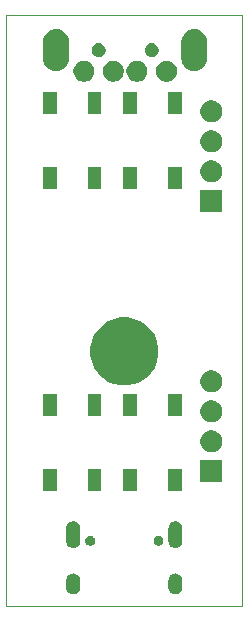
<source format=gbr>
G04 #@! TF.GenerationSoftware,KiCad,Pcbnew,(5.1.5)-3*
G04 #@! TF.CreationDate,2022-04-18T12:11:36+02:00*
G04 #@! TF.ProjectId,vkm,766b6d2e-6b69-4636-9164-5f7063625858,B*
G04 #@! TF.SameCoordinates,PX420a400PY707b2a8*
G04 #@! TF.FileFunction,Soldermask,Bot*
G04 #@! TF.FilePolarity,Negative*
%FSLAX46Y46*%
G04 Gerber Fmt 4.6, Leading zero omitted, Abs format (unit mm)*
G04 Created by KiCad (PCBNEW (5.1.5)-3) date 2022-04-18 12:11:36*
%MOMM*%
%LPD*%
G04 APERTURE LIST*
%ADD10C,0.050000*%
%ADD11C,0.020000*%
G04 APERTURE END LIST*
D10*
X0Y0D02*
X20000000Y0D01*
X0Y50000000D02*
X0Y0D01*
X20000000Y50000000D02*
X0Y50000000D01*
X20000000Y0D02*
X20000000Y50000000D01*
D11*
G36*
X5795444Y2743879D02*
G01*
X5906452Y2710205D01*
X5906454Y2710204D01*
X6008754Y2655523D01*
X6008755Y2655522D01*
X6008757Y2655521D01*
X6098430Y2581930D01*
X6172021Y2492258D01*
X6172022Y2492256D01*
X6172023Y2492255D01*
X6226704Y2389955D01*
X6226705Y2389953D01*
X6260379Y2278945D01*
X6268900Y2192427D01*
X6268900Y1534573D01*
X6260379Y1448055D01*
X6226705Y1337047D01*
X6172021Y1234742D01*
X6098430Y1145070D01*
X6008758Y1071479D01*
X6008756Y1071478D01*
X6008755Y1071477D01*
X5906455Y1016796D01*
X5906453Y1016795D01*
X5795445Y983121D01*
X5680000Y971751D01*
X5564556Y983121D01*
X5453548Y1016795D01*
X5453546Y1016796D01*
X5351246Y1071477D01*
X5351245Y1071478D01*
X5351243Y1071479D01*
X5261571Y1145070D01*
X5187977Y1234745D01*
X5133296Y1337045D01*
X5099621Y1448055D01*
X5091100Y1534573D01*
X5091100Y2192426D01*
X5099621Y2278944D01*
X5133296Y2389954D01*
X5187977Y2492254D01*
X5187980Y2492258D01*
X5261570Y2581930D01*
X5351242Y2655521D01*
X5351244Y2655522D01*
X5351245Y2655523D01*
X5453545Y2710204D01*
X5453547Y2710205D01*
X5564555Y2743879D01*
X5680000Y2755249D01*
X5795444Y2743879D01*
G37*
G36*
X14435444Y2743879D02*
G01*
X14546452Y2710205D01*
X14546454Y2710204D01*
X14648754Y2655523D01*
X14648755Y2655522D01*
X14648757Y2655521D01*
X14738430Y2581930D01*
X14812021Y2492258D01*
X14812022Y2492256D01*
X14812023Y2492255D01*
X14866704Y2389955D01*
X14866705Y2389953D01*
X14900379Y2278945D01*
X14908900Y2192427D01*
X14908900Y1534573D01*
X14900379Y1448055D01*
X14866705Y1337047D01*
X14812021Y1234742D01*
X14738430Y1145070D01*
X14648758Y1071479D01*
X14648756Y1071478D01*
X14648755Y1071477D01*
X14546455Y1016796D01*
X14546453Y1016795D01*
X14435445Y983121D01*
X14320000Y971751D01*
X14204556Y983121D01*
X14093548Y1016795D01*
X14093546Y1016796D01*
X13991246Y1071477D01*
X13991245Y1071478D01*
X13991243Y1071479D01*
X13901571Y1145070D01*
X13827977Y1234745D01*
X13773296Y1337045D01*
X13739621Y1448055D01*
X13731100Y1534573D01*
X13731100Y2192426D01*
X13739621Y2278944D01*
X13773296Y2389954D01*
X13827977Y2492254D01*
X13827980Y2492258D01*
X13901570Y2581930D01*
X13991242Y2655521D01*
X13991244Y2655522D01*
X13991245Y2655523D01*
X14093545Y2710204D01*
X14093547Y2710205D01*
X14204555Y2743879D01*
X14320000Y2755249D01*
X14435444Y2743879D01*
G37*
G36*
X14435444Y7173879D02*
G01*
X14546452Y7140205D01*
X14546454Y7140204D01*
X14648754Y7085523D01*
X14648755Y7085522D01*
X14648757Y7085521D01*
X14738430Y7011930D01*
X14812021Y6922258D01*
X14812022Y6922256D01*
X14812023Y6922255D01*
X14866704Y6819955D01*
X14866705Y6819953D01*
X14900379Y6708945D01*
X14908900Y6622427D01*
X14908900Y5464573D01*
X14900379Y5378055D01*
X14866705Y5267047D01*
X14812021Y5164742D01*
X14738430Y5075070D01*
X14648758Y5001479D01*
X14648756Y5001478D01*
X14648755Y5001477D01*
X14546455Y4946796D01*
X14546453Y4946795D01*
X14435445Y4913121D01*
X14320000Y4901751D01*
X14204556Y4913121D01*
X14093548Y4946795D01*
X14093546Y4946796D01*
X13991246Y5001477D01*
X13991245Y5001478D01*
X13991243Y5001479D01*
X13901571Y5075070D01*
X13827980Y5164742D01*
X13773296Y5267047D01*
X13739622Y5378055D01*
X13731101Y5464573D01*
X13731100Y6622426D01*
X13739621Y6708944D01*
X13773295Y6819952D01*
X13827979Y6922257D01*
X13901570Y7011930D01*
X13991242Y7085521D01*
X13991244Y7085522D01*
X13991245Y7085523D01*
X14093545Y7140204D01*
X14093547Y7140205D01*
X14204555Y7173879D01*
X14320000Y7185249D01*
X14435444Y7173879D01*
G37*
G36*
X5795444Y7173879D02*
G01*
X5906452Y7140205D01*
X5906454Y7140204D01*
X6008754Y7085523D01*
X6008755Y7085522D01*
X6008757Y7085521D01*
X6098430Y7011930D01*
X6172021Y6922258D01*
X6172022Y6922256D01*
X6172023Y6922255D01*
X6226704Y6819955D01*
X6226705Y6819953D01*
X6260379Y6708945D01*
X6268900Y6622427D01*
X6268900Y5464573D01*
X6260379Y5378055D01*
X6226705Y5267047D01*
X6172021Y5164742D01*
X6098430Y5075070D01*
X6008758Y5001479D01*
X6008756Y5001478D01*
X6008755Y5001477D01*
X5906455Y4946796D01*
X5906453Y4946795D01*
X5795445Y4913121D01*
X5680000Y4901751D01*
X5564556Y4913121D01*
X5453548Y4946795D01*
X5453546Y4946796D01*
X5351246Y5001477D01*
X5351245Y5001478D01*
X5351243Y5001479D01*
X5261571Y5075070D01*
X5187980Y5164742D01*
X5133296Y5267047D01*
X5099622Y5378055D01*
X5091101Y5464573D01*
X5091100Y6622426D01*
X5099621Y6708944D01*
X5133295Y6819952D01*
X5187979Y6922257D01*
X5261570Y7011930D01*
X5351242Y7085521D01*
X5351244Y7085522D01*
X5351245Y7085523D01*
X5453545Y7140204D01*
X5453547Y7140205D01*
X5564555Y7173879D01*
X5680000Y7185249D01*
X5795444Y7173879D01*
G37*
G36*
X12950620Y5923451D02*
G01*
X13010728Y5911495D01*
X13010731Y5911494D01*
X13010730Y5911494D01*
X13086055Y5880294D01*
X13086056Y5880293D01*
X13153848Y5834996D01*
X13211496Y5777348D01*
X13211497Y5777346D01*
X13256794Y5709555D01*
X13280926Y5651294D01*
X13287995Y5634228D01*
X13303900Y5554265D01*
X13303900Y5472735D01*
X13287995Y5392772D01*
X13287994Y5392770D01*
X13256794Y5317445D01*
X13256793Y5317444D01*
X13211496Y5249652D01*
X13153848Y5192004D01*
X13119721Y5169201D01*
X13086055Y5146706D01*
X13027794Y5122574D01*
X13010728Y5115505D01*
X12950620Y5103549D01*
X12930766Y5099600D01*
X12849234Y5099600D01*
X12829380Y5103549D01*
X12769272Y5115505D01*
X12752206Y5122574D01*
X12693945Y5146706D01*
X12660279Y5169201D01*
X12626152Y5192004D01*
X12568504Y5249652D01*
X12523207Y5317444D01*
X12523206Y5317445D01*
X12492006Y5392770D01*
X12492005Y5392772D01*
X12476100Y5472735D01*
X12476100Y5554265D01*
X12492005Y5634228D01*
X12499074Y5651294D01*
X12523206Y5709555D01*
X12568503Y5777346D01*
X12568504Y5777348D01*
X12626152Y5834996D01*
X12693944Y5880293D01*
X12693945Y5880294D01*
X12769270Y5911494D01*
X12769269Y5911494D01*
X12769272Y5911495D01*
X12829380Y5923451D01*
X12849234Y5927400D01*
X12930766Y5927400D01*
X12950620Y5923451D01*
G37*
G36*
X7170620Y5923451D02*
G01*
X7230728Y5911495D01*
X7230731Y5911494D01*
X7230730Y5911494D01*
X7306055Y5880294D01*
X7306056Y5880293D01*
X7373848Y5834996D01*
X7431496Y5777348D01*
X7431497Y5777346D01*
X7476794Y5709555D01*
X7500926Y5651294D01*
X7507995Y5634228D01*
X7523900Y5554265D01*
X7523900Y5472735D01*
X7507995Y5392772D01*
X7507994Y5392770D01*
X7476794Y5317445D01*
X7476793Y5317444D01*
X7431496Y5249652D01*
X7373848Y5192004D01*
X7339721Y5169201D01*
X7306055Y5146706D01*
X7247794Y5122574D01*
X7230728Y5115505D01*
X7170620Y5103549D01*
X7150766Y5099600D01*
X7069234Y5099600D01*
X7049380Y5103549D01*
X6989272Y5115505D01*
X6972206Y5122574D01*
X6913945Y5146706D01*
X6880279Y5169201D01*
X6846152Y5192004D01*
X6788504Y5249652D01*
X6743207Y5317444D01*
X6743206Y5317445D01*
X6712006Y5392770D01*
X6712005Y5392772D01*
X6696100Y5472735D01*
X6696100Y5554265D01*
X6712005Y5634228D01*
X6719074Y5651294D01*
X6743206Y5709555D01*
X6788503Y5777346D01*
X6788504Y5777348D01*
X6846152Y5834996D01*
X6913944Y5880293D01*
X6913945Y5880294D01*
X6989270Y5911494D01*
X6989269Y5911494D01*
X6989272Y5911495D01*
X7049380Y5923451D01*
X7069234Y5927400D01*
X7150766Y5927400D01*
X7170620Y5923451D01*
G37*
G36*
X8059900Y9753100D02*
G01*
X6882100Y9753100D01*
X6882100Y11630900D01*
X8059900Y11630900D01*
X8059900Y9753100D01*
G37*
G36*
X4259900Y9753100D02*
G01*
X3082100Y9753100D01*
X3082100Y11630900D01*
X4259900Y11630900D01*
X4259900Y9753100D01*
G37*
G36*
X11059900Y9753100D02*
G01*
X9882100Y9753100D01*
X9882100Y11630900D01*
X11059900Y11630900D01*
X11059900Y9753100D01*
G37*
G36*
X14859900Y9753100D02*
G01*
X13682100Y9753100D01*
X13682100Y11630900D01*
X14859900Y11630900D01*
X14859900Y9753100D01*
G37*
G36*
X18304900Y10453100D02*
G01*
X16427100Y10453100D01*
X16427100Y12330900D01*
X18304900Y12330900D01*
X18304900Y10453100D01*
G37*
G36*
X17639867Y14834819D02*
G01*
X17810736Y14764042D01*
X17964514Y14661291D01*
X18095291Y14530514D01*
X18198042Y14376736D01*
X18268819Y14205867D01*
X18304900Y14024474D01*
X18304900Y13839526D01*
X18268819Y13658133D01*
X18198042Y13487264D01*
X18095291Y13333486D01*
X17964514Y13202709D01*
X17810736Y13099958D01*
X17639867Y13029181D01*
X17458474Y12993100D01*
X17273526Y12993100D01*
X17092133Y13029181D01*
X16921264Y13099958D01*
X16767486Y13202709D01*
X16636709Y13333486D01*
X16533958Y13487264D01*
X16463181Y13658133D01*
X16427100Y13839526D01*
X16427100Y14024474D01*
X16463181Y14205867D01*
X16533958Y14376736D01*
X16636709Y14530514D01*
X16767486Y14661291D01*
X16921264Y14764042D01*
X17092133Y14834819D01*
X17273526Y14870900D01*
X17458474Y14870900D01*
X17639867Y14834819D01*
G37*
G36*
X17639867Y17374819D02*
G01*
X17810736Y17304042D01*
X17964514Y17201291D01*
X18095291Y17070514D01*
X18198042Y16916736D01*
X18268819Y16745867D01*
X18304900Y16564474D01*
X18304900Y16379526D01*
X18268819Y16198133D01*
X18198042Y16027264D01*
X18095291Y15873486D01*
X17964514Y15742709D01*
X17810736Y15639958D01*
X17639867Y15569181D01*
X17458474Y15533100D01*
X17273526Y15533100D01*
X17092133Y15569181D01*
X16921264Y15639958D01*
X16767486Y15742709D01*
X16636709Y15873486D01*
X16533958Y16027264D01*
X16463181Y16198133D01*
X16427100Y16379526D01*
X16427100Y16564474D01*
X16463181Y16745867D01*
X16533958Y16916736D01*
X16636709Y17070514D01*
X16767486Y17201291D01*
X16921264Y17304042D01*
X17092133Y17374819D01*
X17273526Y17410900D01*
X17458474Y17410900D01*
X17639867Y17374819D01*
G37*
G36*
X14859900Y16053100D02*
G01*
X13682100Y16053100D01*
X13682100Y17930900D01*
X14859900Y17930900D01*
X14859900Y16053100D01*
G37*
G36*
X4259900Y16053100D02*
G01*
X3082100Y16053100D01*
X3082100Y17930900D01*
X4259900Y17930900D01*
X4259900Y16053100D01*
G37*
G36*
X11059900Y16053100D02*
G01*
X9882100Y16053100D01*
X9882100Y17930900D01*
X11059900Y17930900D01*
X11059900Y16053100D01*
G37*
G36*
X8059900Y16053100D02*
G01*
X6882100Y16053100D01*
X6882100Y17930900D01*
X8059900Y17930900D01*
X8059900Y16053100D01*
G37*
G36*
X17639867Y19914819D02*
G01*
X17810736Y19844042D01*
X17964514Y19741291D01*
X18095291Y19610514D01*
X18198042Y19456736D01*
X18268819Y19285867D01*
X18304900Y19104474D01*
X18304900Y18919526D01*
X18268819Y18738133D01*
X18198042Y18567264D01*
X18095291Y18413486D01*
X17964514Y18282709D01*
X17810736Y18179958D01*
X17639867Y18109181D01*
X17458474Y18073100D01*
X17273526Y18073100D01*
X17092133Y18109181D01*
X16921264Y18179958D01*
X16767486Y18282709D01*
X16636709Y18413486D01*
X16533958Y18567264D01*
X16463181Y18738133D01*
X16427100Y18919526D01*
X16427100Y19104474D01*
X16463181Y19285867D01*
X16533958Y19456736D01*
X16636709Y19610514D01*
X16767486Y19741291D01*
X16921264Y19844042D01*
X17092133Y19914819D01*
X17273526Y19950900D01*
X17458474Y19950900D01*
X17639867Y19914819D01*
G37*
G36*
X10842661Y24329881D02*
G01*
X11368407Y24112110D01*
X11368408Y24112109D01*
X11841569Y23795953D01*
X12243953Y23393569D01*
X12243955Y23393566D01*
X12560110Y22920407D01*
X12777881Y22394661D01*
X12888900Y21836532D01*
X12888900Y21267468D01*
X12777881Y20709339D01*
X12560110Y20183593D01*
X12560109Y20183592D01*
X12243953Y19710431D01*
X11841569Y19308047D01*
X11841566Y19308045D01*
X11368407Y18991890D01*
X10842661Y18774119D01*
X10284532Y18663100D01*
X9715468Y18663100D01*
X9157339Y18774119D01*
X8631593Y18991890D01*
X8158434Y19308045D01*
X8158431Y19308047D01*
X7756047Y19710431D01*
X7439891Y20183592D01*
X7439890Y20183593D01*
X7222119Y20709339D01*
X7111100Y21267468D01*
X7111100Y21836532D01*
X7222119Y22394661D01*
X7439890Y22920407D01*
X7756045Y23393566D01*
X7756047Y23393569D01*
X8158431Y23795953D01*
X8631592Y24112109D01*
X8631593Y24112110D01*
X9157339Y24329881D01*
X9715468Y24440900D01*
X10284532Y24440900D01*
X10842661Y24329881D01*
G37*
G36*
X18304900Y33313100D02*
G01*
X16427100Y33313100D01*
X16427100Y35190900D01*
X18304900Y35190900D01*
X18304900Y33313100D01*
G37*
G36*
X11059900Y35313100D02*
G01*
X9882100Y35313100D01*
X9882100Y37190900D01*
X11059900Y37190900D01*
X11059900Y35313100D01*
G37*
G36*
X8059900Y35313100D02*
G01*
X6882100Y35313100D01*
X6882100Y37190900D01*
X8059900Y37190900D01*
X8059900Y35313100D01*
G37*
G36*
X4259900Y35313100D02*
G01*
X3082100Y35313100D01*
X3082100Y37190900D01*
X4259900Y37190900D01*
X4259900Y35313100D01*
G37*
G36*
X14859900Y35313100D02*
G01*
X13682100Y35313100D01*
X13682100Y37190900D01*
X14859900Y37190900D01*
X14859900Y35313100D01*
G37*
G36*
X17639867Y37694819D02*
G01*
X17810736Y37624042D01*
X17964514Y37521291D01*
X18095291Y37390514D01*
X18198042Y37236736D01*
X18268819Y37065867D01*
X18304900Y36884474D01*
X18304900Y36699526D01*
X18268819Y36518133D01*
X18198042Y36347264D01*
X18095291Y36193486D01*
X17964514Y36062709D01*
X17810736Y35959958D01*
X17639867Y35889181D01*
X17458474Y35853100D01*
X17273526Y35853100D01*
X17092133Y35889181D01*
X16921264Y35959958D01*
X16767486Y36062709D01*
X16636709Y36193486D01*
X16533958Y36347264D01*
X16463181Y36518133D01*
X16427100Y36699526D01*
X16427100Y36884474D01*
X16463181Y37065867D01*
X16533958Y37236736D01*
X16636709Y37390514D01*
X16767486Y37521291D01*
X16921264Y37624042D01*
X17092133Y37694819D01*
X17273526Y37730900D01*
X17458474Y37730900D01*
X17639867Y37694819D01*
G37*
G36*
X17639867Y40234819D02*
G01*
X17810736Y40164042D01*
X17964514Y40061291D01*
X18095291Y39930514D01*
X18198042Y39776736D01*
X18268819Y39605867D01*
X18304900Y39424474D01*
X18304900Y39239526D01*
X18268819Y39058133D01*
X18198042Y38887264D01*
X18095291Y38733486D01*
X17964514Y38602709D01*
X17810736Y38499958D01*
X17639867Y38429181D01*
X17458474Y38393100D01*
X17273526Y38393100D01*
X17092133Y38429181D01*
X16921264Y38499958D01*
X16767486Y38602709D01*
X16636709Y38733486D01*
X16533958Y38887264D01*
X16463181Y39058133D01*
X16427100Y39239526D01*
X16427100Y39424474D01*
X16463181Y39605867D01*
X16533958Y39776736D01*
X16636709Y39930514D01*
X16767486Y40061291D01*
X16921264Y40164042D01*
X17092133Y40234819D01*
X17273526Y40270900D01*
X17458474Y40270900D01*
X17639867Y40234819D01*
G37*
G36*
X17639867Y42774819D02*
G01*
X17810736Y42704042D01*
X17964514Y42601291D01*
X18095291Y42470514D01*
X18198042Y42316736D01*
X18268819Y42145867D01*
X18304900Y41964474D01*
X18304900Y41779526D01*
X18268819Y41598133D01*
X18198042Y41427264D01*
X18095291Y41273486D01*
X17964514Y41142709D01*
X17810736Y41039958D01*
X17639867Y40969181D01*
X17458474Y40933100D01*
X17273526Y40933100D01*
X17092133Y40969181D01*
X16921264Y41039958D01*
X16767486Y41142709D01*
X16636709Y41273486D01*
X16533958Y41427264D01*
X16463181Y41598133D01*
X16427100Y41779526D01*
X16427100Y41964474D01*
X16463181Y42145867D01*
X16533958Y42316736D01*
X16636709Y42470514D01*
X16767486Y42601291D01*
X16921264Y42704042D01*
X17092133Y42774819D01*
X17273526Y42810900D01*
X17458474Y42810900D01*
X17639867Y42774819D01*
G37*
G36*
X8059900Y41613100D02*
G01*
X6882100Y41613100D01*
X6882100Y43490900D01*
X8059900Y43490900D01*
X8059900Y41613100D01*
G37*
G36*
X14859900Y41613100D02*
G01*
X13682100Y41613100D01*
X13682100Y43490900D01*
X14859900Y43490900D01*
X14859900Y41613100D01*
G37*
G36*
X4259900Y41613100D02*
G01*
X3082100Y41613100D01*
X3082100Y43490900D01*
X4259900Y43490900D01*
X4259900Y41613100D01*
G37*
G36*
X11059900Y41613100D02*
G01*
X9882100Y41613100D01*
X9882100Y43490900D01*
X11059900Y43490900D01*
X11059900Y41613100D01*
G37*
G36*
X6830283Y46117740D02*
G01*
X6992052Y46050733D01*
X7137641Y45953454D01*
X7261454Y45829641D01*
X7358733Y45684052D01*
X7425740Y45522283D01*
X7459900Y45350549D01*
X7459900Y45175451D01*
X7425740Y45003717D01*
X7358733Y44841948D01*
X7261454Y44696359D01*
X7137641Y44572546D01*
X6992052Y44475267D01*
X6830283Y44408260D01*
X6658549Y44374100D01*
X6483451Y44374100D01*
X6311717Y44408260D01*
X6149948Y44475267D01*
X6004359Y44572546D01*
X5880546Y44696359D01*
X5783267Y44841948D01*
X5716260Y45003717D01*
X5682100Y45175451D01*
X5682100Y45350549D01*
X5716260Y45522283D01*
X5783267Y45684052D01*
X5880546Y45829641D01*
X6004359Y45953454D01*
X6149948Y46050733D01*
X6311717Y46117740D01*
X6483451Y46151900D01*
X6658549Y46151900D01*
X6830283Y46117740D01*
G37*
G36*
X13830283Y46117740D02*
G01*
X13992052Y46050733D01*
X14137641Y45953454D01*
X14261454Y45829641D01*
X14358733Y45684052D01*
X14425740Y45522283D01*
X14459900Y45350549D01*
X14459900Y45175451D01*
X14425740Y45003717D01*
X14358733Y44841948D01*
X14261454Y44696359D01*
X14137641Y44572546D01*
X13992052Y44475267D01*
X13830283Y44408260D01*
X13658549Y44374100D01*
X13483451Y44374100D01*
X13311717Y44408260D01*
X13149948Y44475267D01*
X13004359Y44572546D01*
X12880546Y44696359D01*
X12783267Y44841948D01*
X12716260Y45003717D01*
X12682100Y45175451D01*
X12682100Y45350549D01*
X12716260Y45522283D01*
X12783267Y45684052D01*
X12880546Y45829641D01*
X13004359Y45953454D01*
X13149948Y46050733D01*
X13311717Y46117740D01*
X13483451Y46151900D01*
X13658549Y46151900D01*
X13830283Y46117740D01*
G37*
G36*
X11330283Y46117740D02*
G01*
X11492052Y46050733D01*
X11637641Y45953454D01*
X11761454Y45829641D01*
X11858733Y45684052D01*
X11925740Y45522283D01*
X11959900Y45350549D01*
X11959900Y45175451D01*
X11925740Y45003717D01*
X11858733Y44841948D01*
X11761454Y44696359D01*
X11637641Y44572546D01*
X11492052Y44475267D01*
X11330283Y44408260D01*
X11158549Y44374100D01*
X10983451Y44374100D01*
X10811717Y44408260D01*
X10649948Y44475267D01*
X10504359Y44572546D01*
X10380546Y44696359D01*
X10283267Y44841948D01*
X10216260Y45003717D01*
X10182100Y45175451D01*
X10182100Y45350549D01*
X10216260Y45522283D01*
X10283267Y45684052D01*
X10380546Y45829641D01*
X10504359Y45953454D01*
X10649948Y46050733D01*
X10811717Y46117740D01*
X10983451Y46151900D01*
X11158549Y46151900D01*
X11330283Y46117740D01*
G37*
G36*
X9330283Y46117740D02*
G01*
X9492052Y46050733D01*
X9637641Y45953454D01*
X9761454Y45829641D01*
X9858733Y45684052D01*
X9925740Y45522283D01*
X9959900Y45350549D01*
X9959900Y45175451D01*
X9925740Y45003717D01*
X9858733Y44841948D01*
X9761454Y44696359D01*
X9637641Y44572546D01*
X9492052Y44475267D01*
X9330283Y44408260D01*
X9158549Y44374100D01*
X8983451Y44374100D01*
X8811717Y44408260D01*
X8649948Y44475267D01*
X8504359Y44572546D01*
X8380546Y44696359D01*
X8283267Y44841948D01*
X8216260Y45003717D01*
X8182100Y45175451D01*
X8182100Y45350549D01*
X8216260Y45522283D01*
X8283267Y45684052D01*
X8380546Y45829641D01*
X8504359Y45953454D01*
X8649948Y46050733D01*
X8811717Y46117740D01*
X8983451Y46151900D01*
X9158549Y46151900D01*
X9330283Y46117740D01*
G37*
G36*
X4434461Y48836144D02*
G01*
X4639717Y48773880D01*
X4828887Y48672767D01*
X4994694Y48536694D01*
X5130769Y48370884D01*
X5231879Y48181722D01*
X5294144Y47976462D01*
X5309900Y47816487D01*
X5309900Y46309513D01*
X5294144Y46149538D01*
X5231879Y45944278D01*
X5130769Y45755116D01*
X5130767Y45755113D01*
X4994694Y45589306D01*
X4828887Y45453233D01*
X4828885Y45453232D01*
X4828884Y45453231D01*
X4639722Y45352121D01*
X4434462Y45289856D01*
X4221000Y45268832D01*
X4007539Y45289856D01*
X3802279Y45352121D01*
X3613117Y45453231D01*
X3613116Y45453232D01*
X3613114Y45453233D01*
X3447307Y45589306D01*
X3311231Y45755116D01*
X3210121Y45944278D01*
X3147856Y46149538D01*
X3132100Y46309513D01*
X3132100Y47816486D01*
X3147856Y47976461D01*
X3210120Y48181717D01*
X3311233Y48370887D01*
X3447306Y48536694D01*
X3613113Y48672767D01*
X3613115Y48672768D01*
X3613116Y48672769D01*
X3802278Y48773879D01*
X4007538Y48836144D01*
X4221000Y48857168D01*
X4434461Y48836144D01*
G37*
G36*
X16134461Y48836144D02*
G01*
X16339717Y48773880D01*
X16528887Y48672767D01*
X16694694Y48536694D01*
X16830769Y48370884D01*
X16931879Y48181722D01*
X16994144Y47976462D01*
X17009900Y47816487D01*
X17009900Y46309513D01*
X16994144Y46149538D01*
X16931879Y45944278D01*
X16830769Y45755116D01*
X16830767Y45755113D01*
X16694694Y45589306D01*
X16528887Y45453233D01*
X16528885Y45453232D01*
X16528884Y45453231D01*
X16339722Y45352121D01*
X16134462Y45289856D01*
X15921000Y45268832D01*
X15707539Y45289856D01*
X15502279Y45352121D01*
X15313117Y45453231D01*
X15313116Y45453232D01*
X15313114Y45453233D01*
X15147307Y45589306D01*
X15011231Y45755116D01*
X14910121Y45944278D01*
X14847856Y46149538D01*
X14832100Y46309513D01*
X14832100Y47816486D01*
X14847856Y47976461D01*
X14910120Y48181717D01*
X15011233Y48370887D01*
X15147306Y48536694D01*
X15313113Y48672767D01*
X15313115Y48672768D01*
X15313116Y48672769D01*
X15502278Y48773879D01*
X15707538Y48836144D01*
X15921000Y48857168D01*
X16134461Y48836144D01*
G37*
G36*
X12388127Y47649090D02*
G01*
X12487773Y47629270D01*
X12594952Y47584875D01*
X12691403Y47520429D01*
X12773429Y47438403D01*
X12837875Y47341952D01*
X12882270Y47234773D01*
X12904900Y47121001D01*
X12904900Y47004999D01*
X12882270Y46891227D01*
X12837875Y46784048D01*
X12773429Y46687597D01*
X12691403Y46605571D01*
X12594952Y46541125D01*
X12487773Y46496730D01*
X12388127Y46476910D01*
X12374002Y46474100D01*
X12257998Y46474100D01*
X12243873Y46476910D01*
X12144227Y46496730D01*
X12037048Y46541125D01*
X11940597Y46605571D01*
X11858571Y46687597D01*
X11794125Y46784048D01*
X11749730Y46891227D01*
X11727100Y47004999D01*
X11727100Y47121001D01*
X11749730Y47234773D01*
X11794125Y47341952D01*
X11858571Y47438403D01*
X11940597Y47520429D01*
X12037048Y47584875D01*
X12144227Y47629270D01*
X12243873Y47649090D01*
X12257998Y47651900D01*
X12374002Y47651900D01*
X12388127Y47649090D01*
G37*
G36*
X7898127Y47649090D02*
G01*
X7997773Y47629270D01*
X8104952Y47584875D01*
X8201403Y47520429D01*
X8283429Y47438403D01*
X8347875Y47341952D01*
X8392270Y47234773D01*
X8414900Y47121001D01*
X8414900Y47004999D01*
X8392270Y46891227D01*
X8347875Y46784048D01*
X8283429Y46687597D01*
X8201403Y46605571D01*
X8104952Y46541125D01*
X7997773Y46496730D01*
X7898127Y46476910D01*
X7884002Y46474100D01*
X7767998Y46474100D01*
X7753873Y46476910D01*
X7654227Y46496730D01*
X7547048Y46541125D01*
X7450597Y46605571D01*
X7368571Y46687597D01*
X7304125Y46784048D01*
X7259730Y46891227D01*
X7237100Y47004999D01*
X7237100Y47121001D01*
X7259730Y47234773D01*
X7304125Y47341952D01*
X7368571Y47438403D01*
X7450597Y47520429D01*
X7547048Y47584875D01*
X7654227Y47629270D01*
X7753873Y47649090D01*
X7767998Y47651900D01*
X7884002Y47651900D01*
X7898127Y47649090D01*
G37*
M02*

</source>
